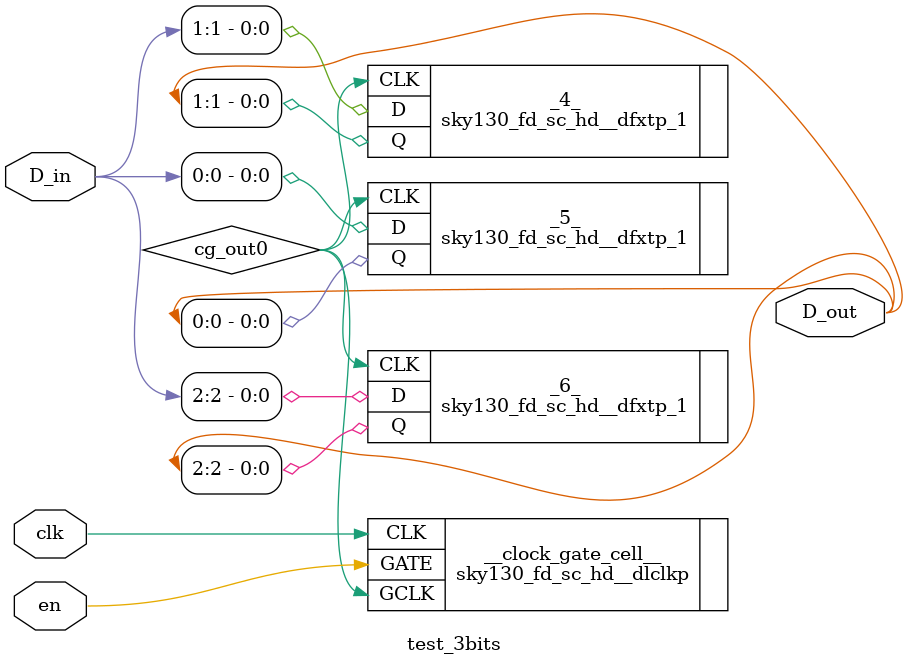
<source format=v>


module test_3bits
(
  D_in,
  clk,
  en,
  D_out
);

  wire cg_out0;
  wire [2:0] _0_;
  input [2:0] D_in;
  output [2:0] D_out;
  input clk;
  input en;

  sky130_fd_sc_hd__dlclkp
  __clock_gate_cell__
  (
    .GCLK(cg_out0),
    .GATE(en),
    .CLK(clk)
  );


  sky130_fd_sc_hd__dfxtp_1
  _4_
  (
    .CLK(cg_out0),
    .D(D_in[1]),
    .Q(D_out[1])
  );


  sky130_fd_sc_hd__dfxtp_1
  _5_
  (
    .CLK(cg_out0),
    .D(D_in[0]),
    .Q(D_out[0])
  );


  sky130_fd_sc_hd__dfxtp_1
  _6_
  (
    .CLK(cg_out0),
    .D(D_in[2]),
    .Q(D_out[2])
  );


endmodule


</source>
